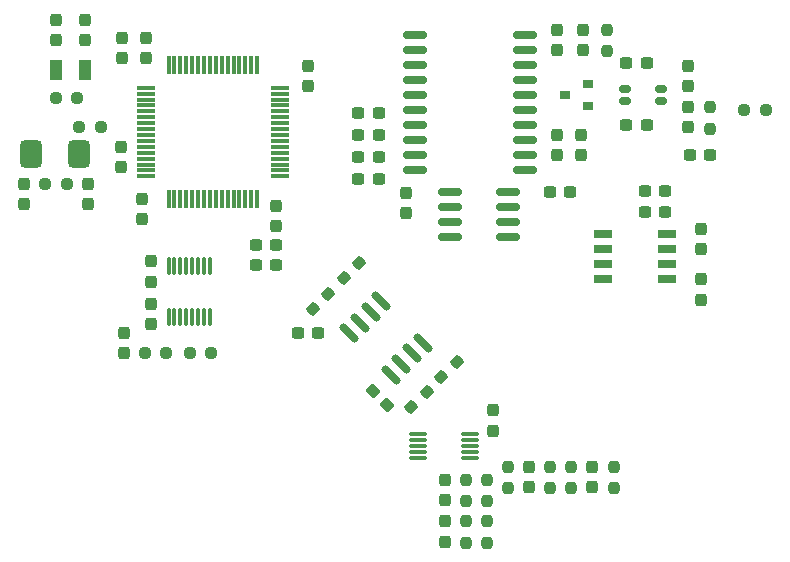
<source format=gtp>
%TF.GenerationSoftware,KiCad,Pcbnew,(6.0.11)*%
%TF.CreationDate,2023-06-26T18:15:52+10:00*%
%TF.ProjectId,LV_MASTER_A_SAMPLE,4c565f4d-4153-4544-9552-5f415f53414d,1*%
%TF.SameCoordinates,Original*%
%TF.FileFunction,Paste,Top*%
%TF.FilePolarity,Positive*%
%FSLAX46Y46*%
G04 Gerber Fmt 4.6, Leading zero omitted, Abs format (unit mm)*
G04 Created by KiCad (PCBNEW (6.0.11)) date 2023-06-26 18:15:52*
%MOMM*%
%LPD*%
G01*
G04 APERTURE LIST*
G04 Aperture macros list*
%AMRoundRect*
0 Rectangle with rounded corners*
0 $1 Rounding radius*
0 $2 $3 $4 $5 $6 $7 $8 $9 X,Y pos of 4 corners*
0 Add a 4 corners polygon primitive as box body*
4,1,4,$2,$3,$4,$5,$6,$7,$8,$9,$2,$3,0*
0 Add four circle primitives for the rounded corners*
1,1,$1+$1,$2,$3*
1,1,$1+$1,$4,$5*
1,1,$1+$1,$6,$7*
1,1,$1+$1,$8,$9*
0 Add four rect primitives between the rounded corners*
20,1,$1+$1,$2,$3,$4,$5,0*
20,1,$1+$1,$4,$5,$6,$7,0*
20,1,$1+$1,$6,$7,$8,$9,0*
20,1,$1+$1,$8,$9,$2,$3,0*%
G04 Aperture macros list end*
%ADD10RoundRect,0.075000X-0.700000X-0.075000X0.700000X-0.075000X0.700000X0.075000X-0.700000X0.075000X0*%
%ADD11RoundRect,0.075000X-0.075000X-0.700000X0.075000X-0.700000X0.075000X0.700000X-0.075000X0.700000X0*%
%ADD12R,1.000000X1.800000*%
%ADD13RoundRect,0.237500X0.237500X-0.300000X0.237500X0.300000X-0.237500X0.300000X-0.237500X-0.300000X0*%
%ADD14RoundRect,0.237500X-0.237500X0.300000X-0.237500X-0.300000X0.237500X-0.300000X0.237500X0.300000X0*%
%ADD15RoundRect,0.237500X-0.237500X0.250000X-0.237500X-0.250000X0.237500X-0.250000X0.237500X0.250000X0*%
%ADD16RoundRect,0.237500X0.237500X-0.250000X0.237500X0.250000X-0.237500X0.250000X-0.237500X-0.250000X0*%
%ADD17RoundRect,0.150000X-0.875000X-0.150000X0.875000X-0.150000X0.875000X0.150000X-0.875000X0.150000X0*%
%ADD18RoundRect,0.237500X0.300000X0.237500X-0.300000X0.237500X-0.300000X-0.237500X0.300000X-0.237500X0*%
%ADD19RoundRect,0.075000X-0.650000X-0.075000X0.650000X-0.075000X0.650000X0.075000X-0.650000X0.075000X0*%
%ADD20RoundRect,0.150000X0.689429X-0.477297X-0.477297X0.689429X-0.689429X0.477297X0.477297X-0.689429X0*%
%ADD21RoundRect,0.237500X0.008839X0.344715X-0.344715X-0.008839X-0.008839X-0.344715X0.344715X0.008839X0*%
%ADD22RoundRect,0.237500X-0.300000X-0.237500X0.300000X-0.237500X0.300000X0.237500X-0.300000X0.237500X0*%
%ADD23RoundRect,0.075000X-0.075000X0.650000X-0.075000X-0.650000X0.075000X-0.650000X0.075000X0.650000X0*%
%ADD24RoundRect,0.237500X-0.250000X-0.237500X0.250000X-0.237500X0.250000X0.237500X-0.250000X0.237500X0*%
%ADD25RoundRect,0.237500X-0.008839X-0.344715X0.344715X0.008839X0.008839X0.344715X-0.344715X-0.008839X0*%
%ADD26RoundRect,0.150000X-0.825000X-0.150000X0.825000X-0.150000X0.825000X0.150000X-0.825000X0.150000X0*%
%ADD27R,1.525000X0.650000*%
%ADD28RoundRect,0.237500X0.250000X0.237500X-0.250000X0.237500X-0.250000X-0.237500X0.250000X-0.237500X0*%
%ADD29RoundRect,0.475000X-0.475000X-0.725000X0.475000X-0.725000X0.475000X0.725000X-0.475000X0.725000X0*%
%ADD30R,0.900000X0.800000*%
%ADD31RoundRect,0.237500X-0.380070X0.044194X0.044194X-0.380070X0.380070X-0.044194X-0.044194X0.380070X0*%
%ADD32RoundRect,0.150000X-0.375000X-0.150000X0.375000X-0.150000X0.375000X0.150000X-0.375000X0.150000X0*%
G04 APERTURE END LIST*
D10*
%TO.C,U1*%
X121516200Y-79907400D03*
X121516200Y-80407400D03*
X121516200Y-80907400D03*
X121516200Y-81407400D03*
X121516200Y-81907400D03*
X121516200Y-82407400D03*
X121516200Y-82907400D03*
X121516200Y-83407400D03*
X121516200Y-83907400D03*
X121516200Y-84407400D03*
X121516200Y-84907400D03*
X121516200Y-85407400D03*
X121516200Y-85907400D03*
X121516200Y-86407400D03*
X121516200Y-86907400D03*
X121516200Y-87407400D03*
D11*
X123441200Y-89332400D03*
X123941200Y-89332400D03*
X124441200Y-89332400D03*
X124941200Y-89332400D03*
X125441200Y-89332400D03*
X125941200Y-89332400D03*
X126441200Y-89332400D03*
X126941200Y-89332400D03*
X127441200Y-89332400D03*
X127941200Y-89332400D03*
X128441200Y-89332400D03*
X128941200Y-89332400D03*
X129441200Y-89332400D03*
X129941200Y-89332400D03*
X130441200Y-89332400D03*
X130941200Y-89332400D03*
D10*
X132866200Y-87407400D03*
X132866200Y-86907400D03*
X132866200Y-86407400D03*
X132866200Y-85907400D03*
X132866200Y-85407400D03*
X132866200Y-84907400D03*
X132866200Y-84407400D03*
X132866200Y-83907400D03*
X132866200Y-83407400D03*
X132866200Y-82907400D03*
X132866200Y-82407400D03*
X132866200Y-81907400D03*
X132866200Y-81407400D03*
X132866200Y-80907400D03*
X132866200Y-80407400D03*
X132866200Y-79907400D03*
D11*
X130941200Y-77982400D03*
X130441200Y-77982400D03*
X129941200Y-77982400D03*
X129441200Y-77982400D03*
X128941200Y-77982400D03*
X128441200Y-77982400D03*
X127941200Y-77982400D03*
X127441200Y-77982400D03*
X126941200Y-77982400D03*
X126441200Y-77982400D03*
X125941200Y-77982400D03*
X125441200Y-77982400D03*
X124941200Y-77982400D03*
X124441200Y-77982400D03*
X123941200Y-77982400D03*
X123441200Y-77982400D03*
%TD*%
D12*
%TO.C,Y2*%
X113880000Y-78370000D03*
X116380000Y-78370000D03*
%TD*%
D13*
%TO.C,C51*%
X143510000Y-90524500D03*
X143510000Y-88799500D03*
%TD*%
D14*
%TO.C,C44*%
X150876000Y-107214500D03*
X150876000Y-108939500D03*
%TD*%
D15*
%TO.C,R22*%
X161163000Y-111990500D03*
X161163000Y-113815500D03*
%TD*%
D16*
%TO.C,R17*%
X148590000Y-114908000D03*
X148590000Y-113083000D03*
%TD*%
D17*
%TO.C,U4*%
X144321000Y-75438000D03*
X144321000Y-76708000D03*
X144321000Y-77978000D03*
X144321000Y-79248000D03*
X144321000Y-80518000D03*
X144321000Y-81788000D03*
X144321000Y-83058000D03*
X144321000Y-84328000D03*
X144321000Y-85598000D03*
X144321000Y-86868000D03*
X153621000Y-86868000D03*
X153621000Y-85598000D03*
X153621000Y-84328000D03*
X153621000Y-83058000D03*
X153621000Y-81788000D03*
X153621000Y-80518000D03*
X153621000Y-79248000D03*
X153621000Y-77978000D03*
X153621000Y-76708000D03*
X153621000Y-75438000D03*
%TD*%
D18*
%TO.C,C26*%
X141224000Y-87630000D03*
X139499000Y-87630000D03*
%TD*%
D15*
%TO.C,R20*%
X150368000Y-116612500D03*
X150368000Y-118437500D03*
%TD*%
D13*
%TO.C,C3*%
X113880000Y-75880800D03*
X113880000Y-74155800D03*
%TD*%
%TO.C,C48*%
X159258000Y-113715500D03*
X159258000Y-111990500D03*
%TD*%
%TO.C,C39*%
X119634000Y-102362000D03*
X119634000Y-100637000D03*
%TD*%
D19*
%TO.C,U8*%
X144571000Y-109236000D03*
X144571000Y-109736000D03*
X144571000Y-110236000D03*
X144571000Y-110736000D03*
X144571000Y-111236000D03*
X148971000Y-111236000D03*
X148971000Y-110736000D03*
X148971000Y-110236000D03*
X148971000Y-109736000D03*
X148971000Y-109236000D03*
%TD*%
D18*
%TO.C,C28*%
X141224000Y-82042000D03*
X139499000Y-82042000D03*
%TD*%
D13*
%TO.C,C47*%
X146812000Y-118337500D03*
X146812000Y-116612500D03*
%TD*%
D20*
%TO.C,U7*%
X142262051Y-104189128D03*
X143160076Y-103291102D03*
X144058102Y-102393076D03*
X144956128Y-101495051D03*
X141455949Y-97994872D03*
X140557924Y-98892898D03*
X139659898Y-99790924D03*
X138761872Y-100688949D03*
%TD*%
D18*
%TO.C,C25*%
X141224000Y-83920500D03*
X139499000Y-83920500D03*
%TD*%
D15*
%TO.C,R18*%
X155702000Y-111990500D03*
X155702000Y-113815500D03*
%TD*%
D21*
%TO.C,R12*%
X136926470Y-97388530D03*
X135636000Y-98679000D03*
%TD*%
D13*
%TO.C,C10*%
X119418800Y-86628100D03*
X119418800Y-84903100D03*
%TD*%
D16*
%TO.C,R19*%
X152146000Y-113815500D03*
X152146000Y-111990500D03*
%TD*%
D13*
%TO.C,C31*%
X156337000Y-85598000D03*
X156337000Y-83873000D03*
%TD*%
D15*
%TO.C,R5*%
X160528000Y-74983000D03*
X160528000Y-76808000D03*
%TD*%
D22*
%TO.C,C11*%
X130825600Y-94920000D03*
X132550600Y-94920000D03*
%TD*%
D23*
%TO.C,U6*%
X126941200Y-95005000D03*
X126441200Y-95005000D03*
X125941200Y-95005000D03*
X125441200Y-95005000D03*
X124941200Y-95005000D03*
X124441200Y-95005000D03*
X123941200Y-95005000D03*
X123441200Y-95005000D03*
X123441200Y-99305000D03*
X123941200Y-99305000D03*
X124441200Y-99305000D03*
X124941200Y-99305000D03*
X125441200Y-99305000D03*
X125941200Y-99305000D03*
X126441200Y-99305000D03*
X126941200Y-99305000D03*
%TD*%
D13*
%TO.C,C4*%
X116380000Y-75880800D03*
X116380000Y-74155800D03*
%TD*%
D24*
%TO.C,R24*%
X113880000Y-80768200D03*
X115705000Y-80768200D03*
%TD*%
D25*
%TO.C,R14*%
X146547765Y-104404235D03*
X147838235Y-103113765D03*
%TD*%
D18*
%TO.C,C52*%
X157453500Y-88773000D03*
X155728500Y-88773000D03*
%TD*%
D13*
%TO.C,C40*%
X121920000Y-96334500D03*
X121920000Y-94609500D03*
%TD*%
D15*
%TO.C,R16*%
X150368000Y-113083000D03*
X150368000Y-114908000D03*
%TD*%
D14*
%TO.C,C2*%
X116599400Y-88026200D03*
X116599400Y-89751200D03*
%TD*%
D13*
%TO.C,C32*%
X156337000Y-76708000D03*
X156337000Y-74983000D03*
%TD*%
D18*
%TO.C,C27*%
X141224000Y-85751500D03*
X139499000Y-85751500D03*
%TD*%
D26*
%TO.C,U9*%
X147258000Y-88773000D03*
X147258000Y-90043000D03*
X147258000Y-91313000D03*
X147258000Y-92583000D03*
X152208000Y-92583000D03*
X152208000Y-91313000D03*
X152208000Y-90043000D03*
X152208000Y-88773000D03*
%TD*%
D13*
%TO.C,C36*%
X167386000Y-79756000D03*
X167386000Y-78031000D03*
%TD*%
D27*
%TO.C,1*%
X160229000Y-92329000D03*
X160229000Y-93599000D03*
X160229000Y-94869000D03*
X160229000Y-96139000D03*
X165653000Y-96139000D03*
X165653000Y-94869000D03*
X165653000Y-93599000D03*
X165653000Y-92329000D03*
%TD*%
D22*
%TO.C,C34*%
X162205500Y-83058000D03*
X163930500Y-83058000D03*
%TD*%
D14*
%TO.C,C56*%
X168529000Y-91874000D03*
X168529000Y-93599000D03*
%TD*%
D13*
%TO.C,C29*%
X158496000Y-76708000D03*
X158496000Y-74983000D03*
%TD*%
D18*
%TO.C,C54*%
X165481000Y-90424000D03*
X163756000Y-90424000D03*
%TD*%
D15*
%TO.C,R7*%
X169291000Y-81534000D03*
X169291000Y-83359000D03*
%TD*%
D28*
%TO.C,R4*%
X114844900Y-88026200D03*
X113019900Y-88026200D03*
%TD*%
D13*
%TO.C,C5*%
X119510000Y-77417000D03*
X119510000Y-75692000D03*
%TD*%
D16*
%TO.C,R21*%
X148590000Y-118437500D03*
X148590000Y-116612500D03*
%TD*%
D29*
%TO.C,Y1*%
X111764700Y-85511600D03*
X115864700Y-85511600D03*
%TD*%
D13*
%TO.C,C9*%
X121158000Y-91032500D03*
X121158000Y-89307500D03*
%TD*%
D30*
%TO.C,D6*%
X158988000Y-81468000D03*
X158988000Y-79568000D03*
X156988000Y-80518000D03*
%TD*%
D13*
%TO.C,C30*%
X158369000Y-85598000D03*
X158369000Y-83873000D03*
%TD*%
%TO.C,C55*%
X168529000Y-97864000D03*
X168529000Y-96139000D03*
%TD*%
D18*
%TO.C,C37*%
X169291000Y-85598000D03*
X167566000Y-85598000D03*
%TD*%
D14*
%TO.C,C35*%
X167386000Y-81534000D03*
X167386000Y-83259000D03*
%TD*%
D24*
%TO.C,R9*%
X121412000Y-102362000D03*
X123237000Y-102362000D03*
%TD*%
D22*
%TO.C,C42*%
X134392500Y-100711000D03*
X136117500Y-100711000D03*
%TD*%
D28*
%TO.C,R6*%
X174013500Y-81788000D03*
X172188500Y-81788000D03*
%TD*%
D14*
%TO.C,C1*%
X111240000Y-88026200D03*
X111240000Y-89751200D03*
%TD*%
D22*
%TO.C,C12*%
X130825600Y-93240000D03*
X132550600Y-93240000D03*
%TD*%
D18*
%TO.C,C53*%
X165481000Y-88646000D03*
X163756000Y-88646000D03*
%TD*%
D13*
%TO.C,C45*%
X146812000Y-114808000D03*
X146812000Y-113083000D03*
%TD*%
D28*
%TO.C,R28*%
X117689700Y-83251000D03*
X115864700Y-83251000D03*
%TD*%
D22*
%TO.C,C33*%
X162205500Y-77851000D03*
X163930500Y-77851000D03*
%TD*%
D31*
%TO.C,C43*%
X140741120Y-105562120D03*
X141960880Y-106781880D03*
%TD*%
D14*
%TO.C,C41*%
X121920000Y-98192000D03*
X121920000Y-99917000D03*
%TD*%
%TO.C,C7*%
X135250000Y-78027500D03*
X135250000Y-79752500D03*
%TD*%
D16*
%TO.C,R23*%
X157480000Y-113815500D03*
X157480000Y-111990500D03*
%TD*%
D32*
%TO.C,U5*%
X162051000Y-80018000D03*
X162051000Y-81018000D03*
X165101000Y-81018000D03*
X165101000Y-80018000D03*
%TD*%
D21*
%TO.C,R15*%
X145298235Y-105653765D03*
X144007765Y-106944235D03*
%TD*%
D25*
%TO.C,R13*%
X138303000Y-96012000D03*
X139593470Y-94721530D03*
%TD*%
D13*
%TO.C,C46*%
X153924000Y-113715500D03*
X153924000Y-111990500D03*
%TD*%
%TO.C,C6*%
X121500000Y-77417000D03*
X121500000Y-75692000D03*
%TD*%
D14*
%TO.C,C8*%
X132550600Y-89881500D03*
X132550600Y-91606500D03*
%TD*%
D24*
%TO.C,R8*%
X125222000Y-102362000D03*
X127047000Y-102362000D03*
%TD*%
M02*

</source>
